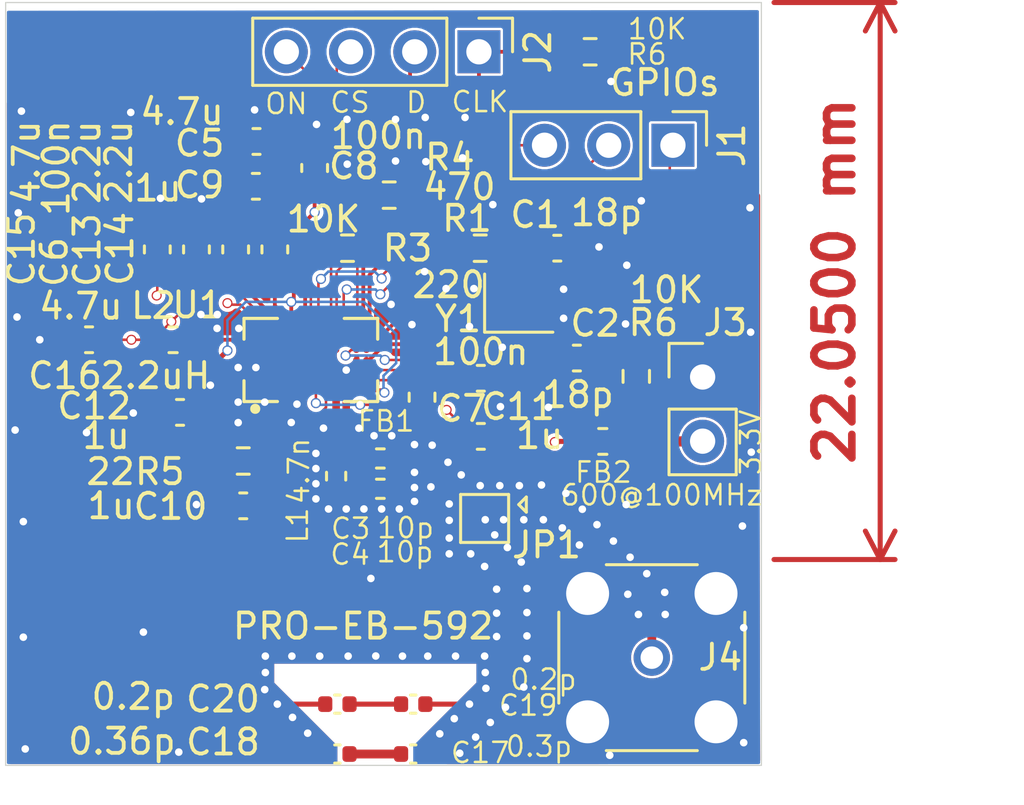
<source format=kicad_pcb>
(kicad_pcb (version 20241229) (generator "pcbnew") (generator_version "9.0")
  (layers (0 "F.Cu" signal) (4 "In1.Cu" signal) (6 "In2.Cu" signal) (2 "B.Cu" signal) (13 "F.Paste" user) (15 "B.Paste" user) (5 "F.SilkS" user "F.Silkscreen") (7 "B.SilkS" user "B.Silkscreen") (1 "F.Mask" user) (3 "B.Mask" user) (25 "Edge.Cuts" user))
  (net 0 "")
  (net 15 "GND")
  (net 16 "Net-(C1-Pad1)")
  (net 17 "Net-(U1-WLRF_XTAL_XOP)")
  (net 18 "Net-(U1-WLRF_XTAL_XON)")
  (net 19 "Net-(U1-WLRF_2G_RF)")
  (net 20 "Net-(C4-Pad1)")
  (net 21 "WLRF_2G_ELG")
  (net 22 "ANTENNA")
  (net 23 "WL_D")
  (net 24 "Net-(U1-SDIO_DATA_1)")
  (net 25 "Net-(U1-SDIO_DATA_0)")
  (net 26 "WL_CLK")
  (net 27 "WL_CS")
  (net 28 "WL_ON")
  (net 29 "WL_GPIO2")
  (net 30 "WL_GPIO1")
  (net 31 "WL_GPIO0")
  (net 32 "VOUT_3P3")
  (net 33 "VOUT_CORE")
  (net 34 "VDDBAT")
  (net 35 "BT_PAVDD")
  (net 36 "XTAL_VDD")
  (net 37 "Net-(U1-BTFM_PLL_VDD)")
  (net 38 "VOUT_LN")
  (net 39 "SR_VLX")
  (net 40 "+3.3V")
  (net 41 "Net-(C17-Pad2)")
  (net 42 "Net-(C19-Pad2)")
  (net 43 "Net-(J4-In)")
  (net 44 "Net-(JP1-C)")
  (net 45 "VIN_LDO")
  (footprint "Capacitor_SMD:C_0603_1608Metric" (layer "F.Cu") (at 134.825 91.925 90)
    (property "Reference" "C13")
    (property "Value" "2.2u")
  )
  (footprint "Resistor_SMD:R_0402_1005Metric" (layer "F.Cu") (at 140.55 100.2)
    (property "Reference" "C3")
    (property "Value" "10p")
  )
  (footprint "Capacitor_SMD:C_0402_1005Metric" (layer "F.Cu") (at 138.85 109.925 180)
    (property "Reference" "C20")
    (property "Value" "0.2p")
  )
  (footprint "Connector_PinHeader_2.54mm:PinHeader_1x02_P2.54mm_Vertical" (layer "F.Cu") (at 153.3 96.975)
    (property "Reference" "J3")
    (property "Value" "Power")
  )
  (footprint "Inductor_SMD:L_0603_1608Metric" (layer "F.Cu") (at 142.2 97.775 90)
    (property "Reference" "FB1")
    (property "Value" "600@100MHz" (hide yes))
  )
  (footprint "Capacitor_SMD:C_0603_1608Metric" (layer "F.Cu") (at 133.275 91.925 90)
    (property "Reference" "C6")
    (property "Value" "100n")
  )
  (footprint "Inductor_SMD:L_0603_1608Metric" (layer "F.Cu") (at 149.35 99.525)
    (property "Reference" "FB2")
    (property "Value" "600@100MHz")
  )
  (footprint "Resistor_SMD:R_0603_1608Metric" (layer "F.Cu") (at 150.675 96.95 -90)
    (property "Reference" "R6")
    (property "Value" "10K")
  )
  (footprint "Capacitor_SMD:C_0603_1608Metric" (layer "F.Cu") (at 129.025 95.5 180)
    (property "Reference" "C16")
    (property "Value" "4.7u")
  )
  (footprint "Resistor_SMD:R_0402_1005Metric" (layer "F.Cu") (at 140.55 101.4)
    (property "Reference" "C4")
    (property "Value" "10p")
  )
  (footprint "Capacitor_SMD:C_0603_1608Metric" (layer "F.Cu") (at 136.375 91.925 90)
    (property "Reference" "C14")
    (property "Value" "2.2u")
  )
  (footprint "Capacitor_SMD:C_0603_1608Metric" (layer "F.Cu") (at 148.325 96.225)
    (property "Reference" "C2")
    (property "Value" "18p")
  )
  (footprint "Connector_PinHeader_2.54mm:PinHeader_1x04_P2.54mm_Vertical" (layer "F.Cu") (at 144.45 84.1 -90)
    (property "Reference" "J2")
    (property "Value" "SPI")
  )
  (footprint "Resistor_SMD:R_0402_1005Metric" (layer "F.Cu") (at 138.8 100.9 -90)
    (property "Reference" "L1")
    (property "Value" "4.7n")
  )
  (footprint "Resistor_SMD:R_0603_1608Metric" (layer "F.Cu") (at 148.85 84.1)
    (property "Reference" "R6")
    (property "Value" "10K")
  )
  (footprint "Capacitor_SMD:C_0603_1608Metric" (layer "F.Cu") (at 135.125 102.075 180)
    (property "Reference" "C10")
    (property "Value" "1u")
  )
  (footprint "Crystal:Crystal_SMD_2016-4Pin_2.0x1.6mm" (layer "F.Cu") (at 146.025 94.05)
    (property "Reference" "Y1")
    (property "Value" "Crystal")
  )
  (footprint "Connector_PinHeader_2.54mm:PinHeader_1x03_P2.54mm_Vertical" (layer "F.Cu") (at 152.125 87.8 -90)
    (property "Reference" "J1")
    (property "Value" "GPIOs")
  )
  (footprint "Capacitor_SMD:C_0603_1608Metric" (layer "F.Cu") (at 144.525 97.025)
    (property "Reference" "C11")
    (property "Value" "100n")
  )
  (footprint "Capacitor_SMD:C_0603_1608Metric" (layer "F.Cu") (at 131.725 91.925 90)
    (property "Reference" "C15")
    (property "Value" "4.7u")
  )
  (footprint "Capacitor_SMD:C_0603_1608Metric" (layer "F.Cu") (at 132.625 98.375 180)
    (property "Reference" "C12")
    (property "Value" "1u")
  )
  (footprint "Connector_Coaxial:SMA_Amphenol_132134-14_Vertical" (layer "F.Cu") (at 151.29 108.085)
    (property "Reference" "J4")
    (property "Value" "RP-SMA Female")
  )
  (footprint "Inductor_SMD:L_0603_1608Metric" (layer "F.Cu") (at 132.35 95.5)
    (property "Reference" "L2")
    (property "Value" "2.2uH")
  )
  (footprint "Capacitor_SMD:C_0603_1608Metric" (layer "F.Cu") (at 135.625 89.425 180)
    (property "Reference" "C9")
    (property "Value" "1u")
  )
  (footprint "Capacitor_SMD:C_0402_1005Metric" (layer "F.Cu") (at 141.85 111.9 180)
    (property "Reference" "C17")
    (property "Value" "0.3p")
  )
  (footprint "Jumper:SolderJumper-3_P1.3mm_Open_Pad1.0x1.5mm" (layer "F.Cu") (at 145.425 102.025)
    (property "Reference" "JP1")
    (property "Value" "SolderJumper_3_Open")
  )
  (footprint "Capacitor_SMD:C_0603_1608Metric" (layer "F.Cu") (at 144.525 99.325)
    (property "Reference" "C7")
    (property "Value" "1u")
  )
  (footprint "Resistor_SMD:R_0603_1608Metric" (layer "F.Cu") (at 139.25 91.875)
    (property "Reference" "R3")
    (property "Value" "10K")
  )
  (footprint "CYW43439KUBGT:BGA63N40P7X12_287X487X55N" (layer "F.Cu") (at 137.8 96.3 90)
    (property "Reference" "U1")
    (property "Value" "CYW43439KUBGT")
  )
  (footprint "Capacitor_SMD:C_0402_1005Metric" (layer "F.Cu") (at 141.85 109.925 180)
    (property "Reference" "C19")
    (property "Value" "0.2p")
  )
  (footprint "Capacitor_SMD:C_0402_1005Metric" (layer "F.Cu") (at 138.85 111.9 180)
    (property "Reference" "C18")
    (property "Value" "0.36p")
  )
  (footprint "Capacitor_SMD:C_0603_1608Metric" (layer "F.Cu") (at 147.55 91.875)
    (property "Reference" "C1")
    (property "Value" "18p")
  )
  (footprint "Resistor_SMD:R_0603_1608Metric" (layer "F.Cu") (at 140.9 89.775)
    (property "Reference" "R4")
    (property "Value" "470")
  )
  (footprint "Capacitor_SMD:C_0603_1608Metric" (layer "F.Cu") (at 137.95 88.7 90)
    (property "Reference" "C8")
    (property "Value" "100n")
  )
  (footprint "Capacitor_SMD:C_0603_1608Metric" (layer "F.Cu") (at 135.65 87.65 180)
    (property "Reference" "C5")
    (property "Value" "4.7u")
  )
  (footprint "Resistor_SMD:R_0603_1608Metric" (layer "F.Cu") (at 135.125 100.3)
    (property "Reference" "R5")
    (property "Value" "22")
  )
  (footprint "Resistor_SMD:R_0603_1608Metric" (layer "F.Cu") (at 144.5 91.875)
    (property "Reference" "R1")
    (property "Value" "220")
  )
  (gr_rect (start 125.725 82.15) (end 155.625 112.35) (stroke (width 0.05)) (fill no) (layer "Edge.Cuts"))
  (gr_text "CLK" (at 143.3 86.55 0) (layer "F.SilkS") (effects (font (size 0.8 0.8) (thickness 0.1)) (justify left bottom)))
  (gr_text "CS" (at 138.5 86.575 0) (layer "F.SilkS") (effects (font (size 0.8 0.8) (thickness 0.1)) (justify left bottom)))
  (gr_text "D" (at 141.5 86.575 0) (layer "F.SilkS") (effects (font (size 0.8 0.8) (thickness 0.1)) (justify left bottom)))
  (gr_text "PRO-EB-592" (at 134.625 107.425 0) (layer "F.SilkS") (effects (font (size 1 1)) (justify left bottom)))
  (gr_text "ON\n" (at 135.925 86.625 0) (layer "F.SilkS") (effects (font (size 0.8 0.8) (thickness 0.1)) (justify left bottom)))
  (gr_text "3.3V" (at 155.675 100.925 90) (layer "F.SilkS") (effects (font (size 0.8 0.8) (thickness 0.1)) (justify left bottom)))
  (dimension (type aligned) (layer "F.Cu") (pts (xy 155.625 104.2) (xy 155.625 82.15)) (height 4.7) (format (prefix "") (suffix "") (units 3) (units_format 1) (precision 4)) (style (thickness 0.2) (arrow_length 1.27) (text_position_mode 0) (arrow_direction outward) (extension_height 0.58642) (extension_offset 0.5) (keep_text_aligned yes)) (gr_text "22.0500 mm" (at 158.525 93.175 90) (layer "F.Cu") (effects (font (size 1.5 1.5) (thickness 0.3)))))
  (segment (start 134.85 91.175) (end 134.825 91.15) (width 0.1) (layer "F.Cu") (net 15))
  (segment (start 138.025 87.85) (end 137.95 87.925) (width 0.1) (layer "F.Cu") (net 15))
  (segment (start 134.875 89.4) (end 134.85 89.425) (width 0.1) (layer "F.Cu") (net 15))
  (segment (start 144.075 109.925) (end 142.33 109.925) (width 0.2) (layer "F.Cu") (net 15))
  (segment (start 138.37 109.925) (end 136.475 109.925) (width 0.2) (layer "F.Cu") (net 15))
  (segment (start 149.675 84.1) (end 149.675 85.275) (width 0.1) (layer "F.Cu") (net 15))
  (segment (start 136.8 96.3) (end 136 95.5) (width 0.1) (layer "F.Cu") (net 15))
  (segment (start 136 95.5) (end 135.6 95.1) (width 0.1) (layer "F.Cu") (net 15))
  (via (at 146.225 109.25) (size 0.4) (drill 0.3) (layers "F.Cu" "B.Cu") (net 15))
  (via (at 144.7 102.625) (size 0.4) (drill 0.3) (layers "F.Cu" "B.Cu") (net 15))
  (via (at 150.3 92.55) (size 0.4) (drill 0.3) (layers "F.Cu" "B.Cu") (net 15))
  (via (at 142.35 88.45) (size 0.4) (drill 0.3) (layers "F.Cu" "B.Cu") (net 15))
  (via (at 149.12 102.82) (size 0.4) (drill 0.3) (layers "F.Cu" "B.Cu") (net 15))
  (via (at 132.575 111.825) (size 0.4) (drill 0.3) (layers "F.Cu" "B.Cu") (net 15))
  (via (at 144.725 109.3) (size 0.4) (drill 0.3) (layers "F.Cu" "B.Cu") (net 15))
  (via (at 154.925 111.45) (size 0.4) (drill 0.3) (layers "F.Cu" "B.Cu") (net 15))
  (via (at 145.575 103.725) (size 0.4) (drill 0.3) (layers "F.Cu" "B.Cu") (net 15))
  (via (at 145.15 107.25) (size 0.4) (drill 0.3) (layers "F.Cu" "B.Cu") (net 15))
  (via (at 145.3 98.15) (size 0.4) (drill 0.3) (layers "F.Cu" "B.Cu") (net 15))
  (via (at 137.25 98.05) (size 0.4) (drill 0.3) (layers "F.Cu" "B.Cu") (net 15))
  (via (at 126.1 99.075) (size 0.4) (drill 0.3) (layers "F.Cu" "B.Cu") (net 15))
  (via (at 146.125 104.3) (size 0.4) (drill 0.3) (layers "F.Cu" "B.Cu") (net 15))
  (via (at 135.575 86.4) (size 0.4) (drill 0.3) (layers "F.Cu" "B.Cu") (net 15))
  (via (at 133.475 89.925) (size 0.4) (drill 0.3) (layers "F.Cu" "B.Cu") (net 15))
  (via (at 126.425 107.275) (size 0.4) (drill 0.3) (layers "F.Cu" "B.Cu") (net 15))
  (via (at 141.9 100.75) (size 0.4) (drill 0.3) (layers "F.Cu" "B.Cu") (net 15))
  (via (at 150.76 106.375) (size 0.4) (drill 0.3) (layers "F.Cu" "B.Cu") (net 15))
  (via (at 139.7 99) (size 0.4) (drill 0.3) (layers "F.Cu" "B.Cu") (net 15))
  (via (at 138.5 102.2) (size 0.4) (drill 0.3) (layers "F.Cu" "B.Cu") (net 15))
  (via (at 139.9 102.2) (size 0.4) (drill 0.3) (layers "F.Cu" "B.Cu") (net 15))
  (via (at 144.075 109.925) (size 0.4) (drill 0.3) (layers "F.Cu" "B.Cu") (net 15))
  (via (at 147.8 93.5) (size 0.4) (drill 0.3) (layers "F.Cu" "B.Cu") (net 15))
  (via (at 134.925 96.6) (size 0.4) (drill 0.3) (layers "F.Cu" "B.Cu") (net 15))
  (via (at 137.05 108.025) (size 0.4) (drill 0.3) (layers "F.Cu" "B.Cu") (net 15))
  (via (at 141 99.3) (size 0.4) (drill 0.3) (layers "F.Cu" "B.Cu") (net 15))
  (via (at 135.975 97.97) (size 0.4) (drill 0.3) (layers "F.Cu" "B.Cu") (net 15))
  (via (at 149.77 103.47) (size 0.4) (drill 0.3) (layers "F.Cu" "B.Cu") (net 15))
  (via (at 145.5 110.05) (size 0.4) (drill 0.3) (layers "F.Cu" "B.Cu") (net 15))
  (via (at 134.1 94.5) (size 0.4) (drill 0.3) (layers "F.Cu" "B.Cu") (net 15))
  (via (at 154.925 106.9) (size 0.4) (drill 0.3) (layers "F.Cu" "B.Cu") (net 15))
  (via (at 134.925 98.78) (size 0.4) (drill 0.3) (layers "F.Cu" "B.Cu") (net 15))
  (via (at 148.54 102.21) (size 0.4) (drill 0.3) (layers "F.Cu" "B.Cu") (net 15))
  (via (at 144.7 108.675) (size 0.4) (drill 0.3) (layers "F.Cu" "B.Cu") (net 15))
  (via (at 142.325 86.7) (size 0.4) (drill 0.3) (layers "F.Cu" "B.Cu") (net 15))
  (via (at 139.24 88.55) (size 0.4) (drill 0.3) (layers "F.Cu" "B.Cu") (net 15))
  (via (at 126.175 94.6) (size 0.4) (drill 0.3) (layers "F.Cu" "B.Cu") (net 15))
  (via (at 143.69 111.87) (size 0.4) (drill 0.3) (layers "F.Cu" "B.Cu") (net 15))
  (via (at 144.32 111.23) (size 0.4) (drill 0.3) (layers "F.Cu" "B.Cu") (net 15))
  (via (at 143.275 103.35) (size 0.4) (drill 0.3) (layers "F.Cu" "B.Cu") (net 15))
  (via (at 143.225 100.35) (size 0.4) (drill 0.3) (layers "F.Cu" "B.Cu") (net 15))
  (via (at 154.875 102.875) (size 0.4) (drill 0.3) (layers "F.Cu" "B.Cu") (net 15))
  (via (at 137.075 110.45) (size 0.4) (drill 0.3) (layers "F.Cu" "B.Cu") (net 15))
  (via (at 150.275 102.025) (size 0.4) (drill 0.3) (layers "F.Cu" "B.Cu") (net 15))
  (via (at 141.9 99.65) (size 0.4) (drill 0.3) (layers "F.Cu" "B.Cu") (net 15))
  (via (at 142.9 111.1) (size 0.4) (drill 0.3) (layers "F.Cu" "B.Cu") (net 15))
  (via (at 151.8 105.5) (size 0.4) (drill 0.3) (layers "F.Cu" "B.Cu") (net 15))
  (via (at 140.368753 108.019975) (size 0.4) (drill 0.3) (layers "F.Cu" "B.Cu") (net 15))
  (via (at 134.09 95.05) (size 0.4) (drill 0.3) (layers "F.Cu" "B.Cu") (net 15))
  (via (at 155.175 90.275) (size 0.4) (drill 0.3) (layers "F.Cu" "B.Cu") (net 15))
  (via (at 147.8 94.65) (size 0.4) (drill 0.3) (layers "F.Cu" "B.Cu") (net 15))
  (via (at 149.675 85.275) (size 0.4) (drill 0.3) (layers "F.Cu" "B.Cu") (net 15))
  (via (at 138 101.8) (size 0.4) (drill 0.3) (layers "F.Cu" "B.Cu") (net 15))
  (via (at 143.275 102) (size 0.4) (drill 0.3) (layers "F.Cu" "B.Cu") (net 15))
  (via (at 144.075 94.975) (size 0.4) (drill 0.3) (layers "F.Cu" "B.Cu") (net 15))
  (via (at 128.925 99.175) (size 0.4) (drill 0.3) (layers "F.Cu" "B.Cu") (net 15))
  (via (at 140.175 104.95) (size 0.4) (drill 0.3) (layers "F.Cu" "B.Cu") (net 15))
  (via (at 127.075 95.5) (size 0.4) (drill 0.3) (layers "F.Cu" "B.Cu") (net 15))
  (via (at 144.675 104.475) (size 0.4) (drill 0.3) (layers "F.Cu" "B.Cu") (net 15))
  (via (at 135.625 96.6) (size 0.4) (drill 0.3) (layers "F.Cu" "B.Cu") (net 15))
  (via (at 126.425 102.7) (size 0.4) (drill 0.3) (layers "F.Cu" "B.Cu") (net 15))
  (via (at 143.475 110.5) (size 0.4) (drill 0.3) (layers "F.Cu" "B.Cu") (net 15))
  (via (at 145 90.15) (size 0.4) (drill 0.3) (layers "F.Cu" "B.Cu") (net 15))
  (via (at 138 101.2) (size 0.4) (drill 0.3) (layers "F.Cu" "B.Cu") (net 15))
  (via (at 143.525 108.025) (size 0.4) (drill 0.3) (layers "F.Cu" "B.Cu") (net 15))
  (via (at 146.35 106.3) (size 0.4) (drill 0.3) (layers "F.Cu" "B.Cu") (net 15))
  (via (at 133.275 102.025) (size 0.4) (drill 0.3) (layers "F.Cu" "B.Cu") (net 15))
  (via (at 133.45 94.5) (size 0.4) (drill 0.3) (layers "F.Cu" "B.Cu") (net 15))
  (via (at 138 100) (size 0.4) (drill 0.3) (layers "F.Cu" "B.Cu") (net 15))
  (via (at 130.775 98.4) (size 0.4) (drill 0.3) (layers "F.Cu" "B.Cu") (net 15))
  (via (at 145.425 102.625) (size 0.4) (drill 0.3) (layers "F.Cu" "B.Cu") (net 15))
  (via (at 130.675 86.5) (size 0.4) (drill 0.3) (layers "F.Cu" "B.Cu") (net 15))
  (via (at 140.3 99.3) (size 0.4) (drill 0.3) (layers "F.Cu" "B.Cu") (net 15))
  (via (at 142.3 92.8) (size 0.4) (drill 0.3) (layers "F.Cu" "B.Cu") (net 15))
  (via (at 145.075 103.225) (size 0.4) (drill 0.3) (layers "F.Cu" "B.Cu") (net 15))
  (via (at 137.025 98.775) (size 0.4) (drill 0.3) (layers "F.Cu" "B.Cu") (net 15))
  (via (at 144.25 93.475) (size 0.4) (drill 0.3) (layers "F.Cu" "B.Cu") (net 15))
  (via (at 136 108.675) (size 0.4) (drill 0.3) (layers "F.Cu" "B.Cu") (net 15))
  (via (at 139.2 102.2) (size 0.4) (drill 0.3) (layers "F.Cu" "B.Cu") (net 15))
  (via (at 143.8 88.3) (size 0.4) (drill 0.3) (layers "F.Cu" "B.Cu") (net 15))
  (via (at 139.23 86.775) (size 0.4) (drill 0.3) (layers "F.Cu" "B.Cu") (net 15))
  (via (at 144.125 103.975) (size 0.4) (drill 0.3) (layers "F.Cu" "B.Cu") (net 15))
  (via (at 146.35 108.125) (size 0.4) (drill 0.3) (layers "F.Cu" "B.Cu") (net 15))
  (via (at 141.425 108.025) (size 0.4) (drill 0.3) (layers "F.Cu" "B.Cu") (net 15))
  (via (at 139.2 96.7) (size 0.4) (drill 0.3) (layers "F.Cu" "B.Cu") (net 15))
  (via (at 146.35 105.35) (size 0.4) (drill 0.3) (layers "F.Cu" "B.Cu") (net 15))
  (via (at 150.875 90) (size 0.4) (drill 0.3) (layers "F.Cu" "B.Cu") (net 15))
  (via (at 151.09 104.76) (size 0.4) (drill 0.3) (layers "F.Cu" "B.Cu") (net 15))
  (via (at 144.675 108.025) (size 0.4) (drill 0.3) (layers "F.Cu" "B.Cu") (net 15))
  (via (at 135.975 109.35) (size 0.4) (drill 0.3) (layers "F.Cu" "B.Cu") (net 15))
  (via (at 147.75 102.95) (size 0.4) (drill 0.3) (layers "F.Cu" "B.Cu") (net 15))
  (via (at 134.95 95.05) (size 0.4) (drill 0.3) (layers "F.Cu" "B.Cu") (net 15))
  (via (at 149.2 91.825) (size 0.4) (drill 0.3) (layers "F.Cu" "B.Cu") (net 15))
  (via (at 147.89 101.58) (size 0.4) (drill 0.3) (layers "F.Cu" "B.Cu") (net 15))
  (via (at 126.35 86.45) (size 0.4) (drill 0.3) (layers "F.Cu" "B.Cu") (net 15))
  (via (at 142.6 99.675) (size 0.4) (drill 0.3) (layers "F.Cu" "B.Cu") (net 15))
  (via (at 138.025 86.975) (size 0.4) (drill 0.3) (layers "F.Cu" "B.Cu") (net 15))
  (via (at 141.15 88.425) (size 0.4) (drill 0.3) (layers "F.Cu" "B.Cu") (net 15))
  (via (at 149.625 111.95) (size 0.4) (drill 0.3) (layers "F.Cu" "B.Cu") (net 15))
  (via (at 144.9 110.65) (size 0.4) (drill 0.3) (layers "F.Cu" "B.Cu") (net 15))
  (via (at 150.34 105.575) (size 0.4) (drill 0.3) (layers "F.Cu" "B.Cu") (net 15))
  (via (at 144.5 101.275) (size 0.4) (drill 0.3) (layers "F.Cu" "B.Cu") (net 15))
  (via (at 146.35 107.225) (size 0.4) (drill 0.3) (layers "F.Cu" "B.Cu") (net 15))
  (via (at 140.975 94.1) (size 0.4) (drill 0.3) (layers "F.Cu" "B.Cu") (net 15))
  (via (at 143.275 102.65) (size 0.4) (drill 0.3) (layers "F.Cu" "B.Cu") (net 15))
  (via (at 138.15 108.025) (size 0.4) (drill 0.3) (layers "F.Cu" "B.Cu") (net 15))
  (via (at 131.85 89.9) (size 0.4) (drill 0.3) (layers "F.Cu" "B.Cu") (net 15))
  (via (at 146.225 102.625) (size 0.4) (drill 0.3) (layers "F.Cu" "B.Cu") (net 15))
  (via (at 145.15 105.375) (size 0.4) (drill 0.3) (layers "F.Cu" "B.Cu") (net 15))
  (via (at 141.8 94.9) (size 0.4) (drill 0.3) (layers "F.Cu" "B.Cu") (net 15))
  (via (at 141.15 86.775) (size 0.4) (drill 0.3) (layers "F.Cu" "B.Cu") (net 15))
  (via (at 155.2 95.2) (size 0.4) (drill 0.3) (layers "F.Cu" "B.Cu") (net 15))
  (via (at 146.05 101.275) (size 0.4) (drill 0.3) (layers "F.Cu" "B.Cu") (net 15))
  (via (at 142.425 108.025) (size 0.4) (drill 0.3) (layers "F.Cu" "B.Cu") (net 15))
  (via (at 138 100.6) (size 0.4) (drill 0.3) (layers "F.Cu" "B.Cu") (net 15))
  (via (at 133.825 97.3) (size 0.4) (drill 0.3) (layers "F.Cu" "B.Cu") (net 15))
  (via (at 136.475 109.925) (size 0.4) (drill 0.3) (layers "F.Cu" "B.Cu") (net 15))
  (via (at 126.225 90.475) (size 0.4) (drill 0.3) (layers "F.Cu" "B.Cu") (net 15))
  (via (at 148.425 103.625) (size 0.4) (drill 0.3) (layers "F.Cu" "B.Cu") (net 15))
  (via (at 126.5 111.7) (size 0.4) (drill 0.3) (layers "F.Cu" "B.Cu") (net 15))
  (via (at 141.3 102.2) (size 0.4) (drill 0.3) (layers "F.Cu" "B.Cu") (net 15))
  (via (at 141.9 101.9) (size 0.4) (drill 0.3) (layers "F.Cu" "B.Cu") (net 15))
  (via (at 150.25 94.875) (size 0.4) (drill 0.3) (layers "F.Cu" "B.Cu") (net 15))
  (via (at 137.675 111.075) (size 0.4) (drill 0.3) (layers "F.Cu" "B.Cu") (net 15))
  (via (at 141.9 101.35) (size 0.4) (drill 0.3) (layers "F.Cu" "B.Cu") (net 15))
  (via (at 136 108.025) (size 0.4) (drill 0.3) (layers "F.Cu" "B.Cu") (net 15))
  (via (at 143.75 100.85) (size 0.4) (drill 0.3) (layers "F.Cu" "B.Cu") (net 15))
  (via (at 145.375 95.8) (size 0.4) (drill 0.3) (layers "F.Cu" "B.Cu") (net 15))
  (via (at 143.15 93.475) (size 0.4) (drill 0.3) (layers "F.Cu" "B.Cu") (net 15))
  (via (at 151.82 106.375) (size 0.4) (drill 0.3) (layers "F.Cu" "B.Cu") (net 15))
  (via (at 143.9 86.7) (size 0.4) (drill 0.3) (layers "F.Cu" "B.Cu") (net 15))
  (via (at 139.275 108.025) (size 0.4) (drill 0.3) (layers "F.Cu" "B.Cu") (net 15))
  (via (at 134.925 97.97) (size 0.4) (drill 0.3) (layers "F.Cu" "B.Cu") (net 15))
  (via (at 140.6 102.2) (size 0.4) (drill 0.3) (layers "F.Cu" "B.Cu") (net 15))
  (via (at 147 102.625) (size 0.4) (drill 0.3) (layers "F.Cu" "B.Cu") (net 15))
  (via (at 147.2 98.175) (size 0.4) (drill 0.3) (layers "F.Cu" "B.Cu") (net 15))
  (via (at 150.43 104.11) (size 0.4) (drill 0.3) (layers "F.Cu" "B.Cu") (net 15))
  (via (at 145.275 101.275) (size 0.4) (drill 0.3) (layers "F.Cu" "B.Cu") (net 15))
  (via (at 143.275 103.975) (size 0.4) (drill 0.3) (layers "F.Cu" "B.Cu") (net 15))
  (via (at 146.925 101.25) (size 0.4) (drill 0.3) (layers "F.Cu" "B.Cu") (net 15))
  (via (at 145.15 106.325) (size 0.4) (drill 0.3) (layers "F.Cu" "B.Cu") (net 15))
  (via (at 138.3 99) (size 0.4) (drill 0.3) (layers "F.Cu" "B.Cu") (net 15))
  (via (at 131.175 107.075) (size 0.4) (drill 0.3) (layers "F.Cu" "B.Cu") (net 15))
  (via (at 155.225 99.95) (size 0.4) (drill 0.3) (layers "F.Cu" "B.Cu") (net 15))
  (via (at 142.55 101.325) (size 0.4) (drill 0.3) (layers "F.Cu" "B.Cu") (net 15))
  (segment (start 146.775 91.875) (end 146.775 93.45) (width 0.2) (layer "F.Cu") (net 16))
  (segment (start 146.825 93.475) (end 146.8 93.5) (width 0.1) (layer "F.Cu") (net 16))
  (segment (start 145.325 91.875) (end 146.775 91.875) (width 0.2) (layer "F.Cu") (net 16))
  (segment (start 146.6 93.25) (end 146.825 93.475) (width 0.15) (layer "F.Cu") (net 16))
  (segment (start 144.25 95.675) (end 145.325 94.6) (width 0.15) (layer "F.Cu") (net 17))
  (segment (start 140.730025 95.675) (end 144.25 95.675) (width 0.15) (layer "F.Cu") (net 17))
  (segment (start 145.325 94.6) (end 146.15 95.425) (width 0.15) (layer "F.Cu") (net 17))
  (segment (start 140.105025 96.3) (end 140.730025 95.675) (width 0.15) (layer "F.Cu") (net 17))
  (segment (start 140 96.3) (end 140.105025 96.3) (width 0.15) (layer "F.Cu") (net 17))
  (segment (start 146.15 95.425) (end 146.75 95.425) (width 0.15) (layer "F.Cu") (net 17))
  (segment (start 146.75 95.425) (end 147.55 96.225) (width 0.15) (layer "F.Cu") (net 17))
  (segment (start 140 95.9) (end 140.0375 95.9) (width 0.15) (layer "F.Cu") (net 18))
  (segment (start 143.675 92.225) (end 143.675 91.875) (width 0.1) (layer "F.Cu") (net 18))
  (segment (start 143.675 92.2625) (end 143.675 92.225) (width 0.15) (layer "F.Cu") (net 18))
  (segment (start 140.0375 95.9) (end 143.675 92.2625) (width 0.15) (layer "F.Cu") (net 18))
  (segment (start 139.2 99.36) (end 140.04 100.2) (width 0.3) (layer "F.Cu") (net 19))
  (segment (start 139.2 97.5) (end 139.2 99.36) (width 0.3) (layer "F.Cu") (net 19))
  (segment (start 140.005 101.435) (end 138.675 101.435) (width 0.35) (layer "F.Cu") (net 20))
  (segment (start 140.04 101.4) (end 140.005 101.435) (width 0.35) (layer "F.Cu") (net 20))
  (segment (start 138.8 97.5) (end 138.8 100.29) (width 0.3) (layer "F.Cu") (net 21))
  (segment (start 142.9 111.9) (end 142.33 111.9) (width 0.35) (layer "F.Cu") (net 22))
  (segment (start 145.7 104.7) (end 145.7 109.1) (width 0.35) (layer "F.Cu") (net 22))
  (segment (start 144.125 103.125) (end 145.7 104.7) (width 0.35) (layer "F.Cu") (net 22))
  (segment (start 145.7 109.1) (end 142.9 111.9) (width 0.35) (layer "F.Cu") (net 22))
  (segment (start 139.6 95.1) (end 139.6 94.725) (width 0.15) (layer "F.Cu") (net 23))
  (segment (start 139.6 95.5) (end 139.6 95.1) (width 0.1) (layer "F.Cu") (net 23))
  (segment (start 140.075 91.425) (end 141.725 89.775) (width 0.15) (layer "F.Cu") (net 23))
  (segment (start 141.725 89.775) (end 141.725 84.285) (width 0.15) (layer "F.Cu") (net 23))
  (segment (start 139.6 94.725) (end 139.875 94.45) (width 0.15) (layer "F.Cu") (net 23))
  (segment (start 140.075 91.875) (end 140.075 91.425) (width 0.15) (layer "F.Cu") (net 23))
  (segment (start 141.725 84.285) (end 141.91 84.1) (width 0.15) (layer "F.Cu") (net 23))
  (segment (start 139.875 92.075) (end 140.075 91.875) (width 0.15) (layer "F.Cu") (net 23))
  (segment (start 139.875 94.45) (end 139.875 92.075) (width 0.15) (layer "F.Cu") (net 23))
  (segment (start 138.4 95.1) (end 138.6 94.9) (width 0.1) (layer "F.Cu") (net 24))
  (segment (start 138.6 94.9) (end 138.6 92.05) (width 0.1) (layer "F.Cu") (net 24))
  (segment (start 138.6 92.05) (end 138.425 91.875) (width 0.1) (layer "F.Cu") (net 24))
  (segment (start 139.525 90.325) (end 140.075 89.775) (width 0.1) (layer "F.Cu") (net 25))
  (segment (start 139.3 95.4) (end 139.3 94.525) (width 0.1) (layer "F.Cu") (net 25))
  (segment (start 139.525 92.300516) (end 139.525 90.325) (width 0.1) (layer "F.Cu") (net 25))
  (segment (start 139.3 94.525) (end 139.64 94.185) (width 0.1) (layer "F.Cu") (net 25))
  (segment (start 139.64 92.415516) (end 139.525 92.300516) (width 0.1) (layer "F.Cu") (net 25))
  (segment (start 139.2 95.5) (end 139.3 95.4) (width 0.1) (layer "F.Cu") (net 25))
  (segment (start 139.64 94.185) (end 139.64 92.415516) (width 0.1) (layer "F.Cu") (net 25))
  (segment (start 140 95.1) (end 140.125 94.975) (width 0.15) (layer "F.Cu") (net 26))
  (segment (start 144.45 88.605025) (end 144.45 84.1) (width 0.15) (layer "F.Cu") (net 26))
  (segment (start 140.125 94.975) (end 140.125 92.930025) (width 0.15) (layer "F.Cu") (net 26))
  (segment (start 144.45 84.1) (end 148.025 84.1) (width 0.15) (layer "F.Cu") (net 26))
  (segment (start 140.125 92.930025) (end 144.45 88.605025) (width 0.15) (layer "F.Cu") (net 26))
  (segment (start 138.825 91) (end 138.825 84.645) (width 0.1) (layer "F.Cu") (net 27))
  (segment (start 138.82 92.805) (end 139.075 92.55) (width 0.1) (layer "F.Cu") (net 27))
  (segment (start 139.075 92.55) (end 139.075 91.25) (width 0.1) (layer "F.Cu") (net 27))
  (segment (start 138.82 95.08) (end 138.82 92.805) (width 0.1) (layer "F.Cu") (net 27))
  (segment (start 138.825 84.645) (end 139.37 84.1) (width 0.1) (layer "F.Cu") (net 27))
  (segment (start 139.075 91.25) (end 138.825 91) (width 0.1) (layer "F.Cu") (net 27))
  (segment (start 138.8 95.1) (end 138.82 95.08) (width 0.1) (layer "F.Cu") (net 27))
  (segment (start 138 95.9) (end 138 95.5) (width 0.1) (layer "F.Cu") (net 28))
  (segment (start 138 95.382843) (end 137.9 95.282843) (width 0.1) (layer "F.Cu") (net 28))
  (segment (start 137.8 94.6) (end 137.8 91.45) (width 0.1) (layer "F.Cu") (net 28))
  (segment (start 137.45 96.2) (end 137.7 96.2) (width 0.1) (layer "F.Cu") (net 28))
  (segment (start 138.575 90.675) (end 138.575 85.845) (width 0.1) (layer "F.Cu") (net 28))
  (segment (start 138.575 85.845) (end 136.83 84.1) (width 0.1) (layer "F.Cu") (net 28))
  (segment (start 137.7 96.2) (end 138 95.9) (width 0.1) (layer "F.Cu") (net 28))
  (segment (start 137.8 91.45) (end 138.575 90.675) (width 0.1) (layer "F.Cu") (net 28))
  (segment (start 137.9 95.282843) (end 137.9 94.7) (width 0.1) (layer "F.Cu") (net 28))
  (segment (start 138 95.5) (end 138 95.382843) (width 0.1) (layer "F.Cu") (net 28))
  (segment (start 137.9 94.7) (end 137.8 94.6) (width 0.1) (layer "F.Cu") (net 28))
  (segment (start 137.2 95.5) (end 137.2 95.95) (width 0.1) (layer "F.Cu") (net 28))
  (segment (start 137.2 95.95) (end 137.45 96.2) (width 0.1) (layer "F.Cu") (net 28))
  (segment (start 146.775 97.1) (end 150.05 97.1) (width 0.1) (layer "F.Cu") (net 29))
  (segment (start 152 94.8) (end 152 87.925) (width 0.1) (layer "F.Cu") (net 29))
  (segment (start 145.975 96.3) (end 146.775 97.1) (width 0.1) (layer "F.Cu") (net 29))
  (segment (start 152 87.925) (end 152.125 87.8) (width 0.1) (layer "F.Cu") (net 29))
  (segment (start 139.6 95.9) (end 139.4 95.9) (width 0.1) (layer "F.Cu") (net 29))
  (segment (start 150.675 96.475) (end 150.675 96.125) (width 0.1) (layer "F.Cu") (net 29))
  (segment (start 152.125 87.8) (end 152.125 87.925) (width 0.1) (layer "F.Cu") (net 29))
  (segment (start 150.05 97.1) (end 150.675 96.475) (width 0.1) (layer "F.Cu") (net 29))
  (segment (start 140.725 96.3) (end 145.975 96.3) (width 0.1) (layer "F.Cu") (net 29))
  (segment (start 139.4 95.9) (end 139.175 96.125) (width 0.1) (layer "F.Cu") (net 29))
  (segment (start 150.675 96.125) (end 152 94.8) (width 0.1) (layer "F.Cu") (net 29))
  (via (at 139.175 96.125) (size 0.4) (drill 0.3) (layers "F.Cu" "B.Cu") (net 29))
  (via (at 140.725 96.3) (size 0.4) (drill 0.3) (layers "F.Cu" "B.Cu") (net 29))
  (segment (start 139.175 96.125) (end 140.55 96.125) (width 0.1) (layer "B.Cu") (net 29))
  (segment (start 140.55 96.125) (end 140.725 96.3) (width 0.1) (layer "B.Cu") (net 29))
  (segment (start 138.2 93.091608) (end 138.1 93.191608) (width 0.1) (layer "F.Cu") (net 30))
  (segment (start 145.775 87.8) (end 147.045 87.8) (width 0.1) (layer "F.Cu") (net 30))
  (segment (start 147.045 87.8) (end 147.045 87.925) (width 0.1) (layer "F.Cu") (net 30))
  (segment (start 138.1 93.191608) (end 138.1 94.375) (width 0.1) (layer "F.Cu") (net 30))
  (segment (start 138.1 95.2) (end 138.1 94.375) (width 0.1) (layer "F.Cu") (net 30))
  (segment (start 138.4 95.5) (end 138.1 95.2) (width 0.1) (layer "F.Cu") (net 30))
  (segment (start 140.6 92.975) (end 145.775 87.8) (width 0.1) (layer "F.Cu") (net 30))
  (segment (start 140.6 93.075) (end 140.6 92.975) (width 0.1) (layer "F.Cu") (net 30))
  (via (at 140.6 93.075) (size 0.4) (drill 0.3) (layers "F.Cu" "B.Cu") (net 30))
  (via (at 138.2 93.091608) (size 0.4) (drill 0.3) (layers "F.Cu" "B.Cu") (net 30))
  (segment (start 140.325 92.8) (end 138.491608 92.8) (width 0.1) (layer "B.Cu") (net 30))
  (segment (start 140.6 93.075) (end 140.325 92.8) (width 0.1) (layer "B.Cu") (net 30))
  (segment (start 138.491608 92.8) (end 138.2 93.091608) (width 0.1) (layer "B.Cu") (net 30))
  (segment (start 147.985 89.4) (end 149.585 87.8) (width 0.1) (layer "F.Cu") (net 31))
  (segment (start 139.1 95.2) (end 138.8 95.5) (width 0.1) (layer "F.Cu") (net 31))
  (segment (start 140.55 93.7) (end 144.85 89.4) (width 0.1) (layer "F.Cu") (net 31))
  (segment (start 139.22 93.51) (end 139.1 93.63) (width 0.1) (layer "F.Cu") (net 31))
  (segment (start 139.1 93.63) (end 139.1 95.2) (width 0.1) (layer "F.Cu") (net 31))
  (segment (start 144.85 89.4) (end 147.985 89.4) (width 0.1) (layer "F.Cu") (net 31))
  (via (at 139.22 93.51) (size 0.4) (drill 0.3) (layers "F.Cu" "B.Cu") (net 31))
  (via (at 140.55 93.7) (size 0.4) (drill 0.3) (layers "F.Cu" "B.Cu") (net 31))
  (segment (start 139.22 93.51) (end 140.36 93.51) (width 0.1) (layer "B.Cu") (net 31))
  (segment (start 140.36 93.51) (end 140.55 93.7) (width 0.1) (layer "B.Cu") (net 31))
  (segment (start 137.025 94.4) (end 137.2 94.575) (width 0.15) (layer "F.Cu") (net 32))
  (segment (start 137.025 94) (end 137.125 93.9) (width 0.15) (layer "F.Cu") (net 32))
  (segment (start 137.125 94) (end 137.15 93.975) (width 0.1) (layer "F.Cu") (net 32))
  (segment (start 137.2 94.575) (end 137.2 95.1) (width 0.15) (layer "F.Cu") (net 32))
  (segment (start 140.62 97.5) (end 140 97.5) (width 0.15) (layer "F.Cu") (net 32))
  (segment (start 132.7 99.075) (end 133.925 100.3) (width 0.2) (layer "F.Cu") (net 32))
  (segment (start 140.71 97.59) (end 140.62 97.5) (width 0.15) (layer "F.Cu") (net 32))
  (segment (start 137.025 94) (end 137.025 94.4) (width 0.15) (layer "F.Cu") (net 32))
  (segment (start 133.925 100.3) (end 134.3 100.3) (width 0.2) (layer "F.Cu") (net 32))
  (segment (start 132.7 97.725) (end 132.7 99.075) (width 0.2) (layer "F.Cu") (net 32))
  (segment (start 136.4 89.425) (end 136.4 87.675) (width 0.2) (layer "F.Cu") (net 32))
  (segment (start 134.5 95.925) (end 132.7 97.725) (width 0.2) (layer "F.Cu") (net 32))
  (segment (start 137.125 90.15) (end 136.4 89.425) (width 0.15) (layer "F.Cu") (net 32))
  (segment (start 137.125 93.9) (end 137.125 90.15) (width 0.15) (layer "F.Cu") (net 32))
  (segment (start 136.4 87.675) (end 136.425 87.65) (width 0.1) (layer "F.Cu") (net 32))
  (segment (start 137.025 94) (end 137.125 94) (width 0.1) (layer "F.Cu") (net 32))
  (via (at 134.5 95.925) (size 0.4) (drill 0.3) (layers "F.Cu" "B.Cu") (net 32))
  (via (at 137.025 94) (size 0.4) (drill 0.3) (layers "F.Cu" "B.Cu") (net 32))
  (via (at 140.71 97.59) (size 0.4) (drill 0.3) (layers "F.Cu" "B.Cu") (net 32))
  (segment (start 140.675 96.925) (end 141.175 96.425) (width 0.1) (layer "B.Cu") (net 32))
  (segment (start 140.675 97.555) (end 140.675 96.925) (width 0.1) (layer "B.Cu") (net 32))
  (segment (start 141.175 95.275) (end 139.9 94) (width 0.1) (layer "B.Cu") (net 32))
  (segment (start 135.225 94) (end 137.025 94) (width 0.1) (layer "B.Cu") (net 32))
  (segment (start 134.5 95.925) (end 134.5 94.725) (width 0.1) (layer "B.Cu") (net 32))
  (segment (start 134.5 94.725) (end 135.225 94) (width 0.1) (layer "B.Cu") (net 32))
  (segment (start 140.71 97.59) (end 140.675 97.555) (width 0.1) (layer "B.Cu") (net 32))
  (segment (start 139.9 94) (end 137.025 94) (width 0.1) (layer "B.Cu") (net 32))
  (segment (start 141.175 96.425) (end 141.175 95.275) (width 0.1) (layer "B.Cu") (net 32))
  (segment (start 134.825 92.7) (end 133.275 92.7) (width 0.3) (layer "F.Cu") (net 33))
  (segment (start 137.2 96.3) (end 136.8 96.7) (width 0.1) (layer "F.Cu") (net 33))
  (segment (start 136.4 95.5) (end 137.2 96.3) (width 0.1) (layer "F.Cu") (net 33))
  (segment (start 136.7 94.975) (end 136.7 95.2) (width 0.1) (layer "F.Cu") (net 33))
  (segment (start 137.875 96.425) (end 137.325 96.425) (width 0.1) (layer "F.Cu") (net 33))
  (segment (start 138 96.3) (end 137.875 96.425) (width 0.1) (layer "F.Cu") (net 33))
  (segment (start 136.7 95.2) (end 136.4 95.5) (width 0.1) (layer "F.Cu") (net 33))
  (segment (start 136.475 94.75) (end 134.825 93.1) (width 0.15) (layer "F.Cu") (net 33))
  (segment (start 134.825 93.1) (end 134.825 92.7) (width 0.15) (layer "F.Cu") (net 33))
  (segment (start 137.325 96.425) (end 137.2 96.3) (width 0.1) (layer "F.Cu") (net 33))
  (segment (start 136.475 94.75) (end 136.7 94.975) (width 0.1) (layer "F.Cu") (net 33))
  (segment (start 135.012132 94.112132) (end 136 95.1) (width 0.1) (layer "F.Cu") (net 34))
  (segment (start 137.6 95.5) (end 137.6 95.1) (width 0.1) (layer "F.Cu") (net 34))
  (segment (start 131.725 93.725) (end 131.725 92.7) (width 0.1) (layer "F.Cu") (net 34))
  (segment (start 137.95 90.45) (end 137.575 90.825) (width 0.15) (layer "F.Cu") (net 34))
  (segment (start 137.95 90.45) (end 137.95 89.475) (width 0.15) (layer "F.Cu") (net 34))
  (segment (start 137.575 95.075) (end 137.6 95.1) (width 0.15) (layer "F.Cu") (net 34))
  (segment (start 131.7 93.75) (end 131.725 93.725) (width 0.1) (layer "F.Cu") (net 34))
  (segment (start 137.575 90.825) (end 137.575 95.075) (width 0.15) (layer "F.Cu") (net 34))
  (segment (start 135.012132 94.112132) (end 134.562132 94.112132) (width 0.1) (layer "F.Cu") (net 34))
  (segment (start 134.562132 94.112132) (end 134.5 94.05) (width 0.1) (layer "F.Cu") (net 34))
  (segment (start 148.5625 99.525) (end 147.475 99.525) (width 0.2) (layer "F.Cu") (net 34))
  (segment (start 147.475 99.525) (end 147.45 99.55) (width 0.2) (layer "F.Cu") (net 34))
  (via (at 147.45 99.55) (size 0.4) (drill 0.3) (layers "F.Cu" "B.Cu") (remove_unused_layers yes) (zone_layer_connections "In2.Cu") (net 34))
  (via (at 137.95 90.45) (size 0.4) (drill 0.3) (layers "F.Cu" "B.Cu") (net 34))
  (via (at 131.7 93.75) (size 0.4) (drill 0.3) (layers "F.Cu" "B.Cu") (remove_unused_layers yes) (zone_layer_connections "In2.Cu") (net 34))
  (via (at 134.5 94.05) (size 0.4) (drill 0.3) (layers "F.Cu" "B.Cu") (remove_unused_layers yes) (zone_layer_connections "In2.Cu") (net 34))
  (segment (start 138.4 97.5) (end 138.4 98.175) (width 0.1) (layer "F.Cu") (net 35))
  (segment (start 135.95 100.3) (end 135.95 102.025) (width 0.1) (layer "F.Cu") (net 35))
  (segment (start 136.275 100.3) (end 135.95 100.3) (width 0.1) (layer "F.Cu") (net 35))
  (segment (start 138.4 98.175) (end 136.275 100.3) (width 0.1) (layer "F.Cu") (net 35))
  (segment (start 135.95 102.025) (end 135.9 102.075) (width 0.1) (layer "F.Cu") (net 35))
  (segment (start 140 96.7) (end 143.425 96.7) (width 0.1) (layer "F.Cu") (net 36))
  (segment (start 143.425 96.7) (end 143.75 97.025) (width 0.1) (layer "F.Cu") (net 36))
  (segment (start 138 97.5) (end 137.6 97.5) (width 0.1) (layer "F.Cu") (net 37))
  (segment (start 139.75 98.075) (end 141.7125 98.075) (width 0.1) (layer "F.Cu") (net 37))
  (segment (start 136.85 97.45) (end 136.85 97.7) (width 0.1) (layer "F.Cu") (net 37))
  (segment (start 141.7125 98.075) (end 142.2 98.5625) (width 0.1) (layer "F.Cu") (net 37))
  (segment (start 136.175 98.375) (end 133.4 98.375) (width 0.1) (layer "F.Cu") (net 37))
  (segment (start 138 98.01) (end 138 97.5) (width 0.1) (layer "F.Cu") (net 37))
  (segment (start 137.6 97.1) (end 137.6 97.5) (width 0.1) (layer "F.Cu") (net 37))
  (segment (start 136.85 97.7) (end 136.175 98.375) (width 0.1) (layer "F.Cu") (net 37))
  (segment (start 137.2 97.1) (end 137.6 97.1) (width 0.1) (layer "F.Cu") (net 37))
  (segment (start 137.2 97.1) (end 136.85 97.45) (width 0.1) (layer "F.Cu") (net 37))
  (via (at 139.75 98.075) (size 0.4) (drill 0.3) (layers "F.Cu" "B.Cu") (net 37))
  (via (at 138 98.01) (size 0.4) (drill 0.3) (layers "F.Cu" "B.Cu") (net 37))
  (segment (start 139.75 98.075) (end 138.065 98.075) (width 0.1) (layer "B.Cu") (net 37))
  (segment (start 138.065 98.075) (end 138 98.01) (width 0.1) (layer "B.Cu") (net 37))
  (segment (start 136.725 94.5) (end 136.9 94.675) (width 0.1) (layer "F.Cu") (net 38))
  (segment (start 136.9 94.675) (end 136.9 95.4) (width 0.1) (layer "F.Cu") (net 38))
  (segment (start 136.375 94.15) (end 136.375 92.7) (width 0.15) (layer "F.Cu") (net 38))
  (segment (start 136.725 94.5) (end 136.375 94.15) (width 0.15) (layer "F.Cu") (net 38))
  (segment (start 136.9 95.4) (end 136.8 95.5) (width 0.1) (layer "F.Cu") (net 38))
  (segment (start 136.675 93.025) (end 136.375 92.725) (width 0.1) (layer "F.Cu") (net 38))
  (segment (start 135.6 95.5) (end 133.1375 95.5) (width 0.15) (layer "F.Cu") (net 39))
  (segment (start 150.675 98.9875) (end 150.1375 99.525) (width 0.1) (layer "F.Cu") (net 40))
  (segment (start 150.675 97.775) (end 150.675 98.9875) (width 0.1) (layer "F.Cu") (net 40))
  (segment (start 150.1375 99.525) (end 152.965 99.525) (width 0.4) (layer "F.Cu") (net 40))
  (segment (start 141.37 111.9) (end 139.33 111.9) (width 0.35) (layer "F.Cu") (net 41))
  (segment (start 141.37 109.925) (end 139.33 109.925) (width 0.2) (layer "F.Cu") (net 42))
  (segment (start 147.575 102.025) (end 151.29 105.74) (width 0.35) (layer "F.Cu") (net 43))
  (segment (start 145.225 102.025) (end 147.575 102.025) (width 0.35) (layer "F.Cu") (net 43))
  (segment (start 151.29 105.74) (end 151.29 108.085) (width 0.35) (layer "F.Cu") (net 43))
  (segment (start 142.3 100.2) (end 144.125 102.025) (width 0.35) (layer "F.Cu") (net 44))
  (segment (start 141.06 100.2) (end 142.3 100.2) (width 0.35) (layer "F.Cu") (net 44))
  (segment (start 141.06 101.4) (end 141.06 100.2) (width 0.35) (layer "F.Cu") (net 44))
  (segment (start 143.572516 98.676782) (end 143.572516 99.147516) (width 0.1) (layer "F.Cu") (net 45))
  (segment (start 141.05 97.1) (end 141.7 97.75) (width 0.1) (layer "F.Cu") (net 45))
  (segment (start 136.4 95.1) (end 134.975 93.675) (width 0.1) (layer "F.Cu") (net 45))
  (segment (start 143.172867 98.277133) (end 143.572516 98.676782) (width 0.1) (layer "F.Cu") (net 45))
  (segment (start 130.7 95.5) (end 129.8 95.5) (width 0.1) (layer "F.Cu") (net 45))
  (segment (start 141.7 97.75) (end 142.645734 97.75) (width 0.1) (layer "F.Cu") (net 45))
  (segment (start 140 97.1) (end 141.05 97.1) (width 0.1) (layer "F.Cu") (net 45))
  (segment (start 131.5625 95.5) (end 130.7 95.5) (width 0.1) (layer "F.Cu") (net 45))
  (segment (start 134.975 93.675) (end 134.949 93.649) (width 0.1) (layer "F.Cu") (net 45))
  (segment (start 133.4135 93.649) (end 132.28125 94.78125) (width 0.1) (layer "F.Cu") (net 45))
  (segment (start 134.949 93.649) (end 133.4135 93.649) (width 0.1) (layer "F.Cu") (net 45))
  (segment (start 132.28125 94.78125) (end 131.5625 95.5) (width 0.1) (layer "F.Cu") (net 45))
  (segment (start 142.645734 97.75) (end 143.172867 98.277133) (width 0.1) (layer "F.Cu") (net 45))
  (via (at 143.172867 98.277133) (size 0.4) (drill 0.3) (layers "F.Cu" "B.Cu") (remove_unused_layers yes) (zone_layer_connections "In2.Cu") (net 45))
  (via (at 130.7 95.5) (size 0.4) (drill 0.3) (layers "F.Cu" "B.Cu") (remove_unused_layers yes) (zone_layer_connections "In2.Cu") (net 45))
  (via (at 132.28125 94.78125) (size 0.4) (drill 0.3) (layers "F.Cu" "B.Cu") (remove_unused_layers yes) (zone_layer_connections "In2.Cu") (net 45))
  (zone (net 15) (net_name "GND") (layer "F.Cu") (priority 3) (connect_pads yes (clearance 0.1)) (min_thickness 0.25) (fill yes (thermal_gap 0.5) (thermal_bridge_width 0.5))
    (polygon (pts (xy 155.575 112.275) (xy 141.85 112.325) (xy 141.85 111.575) (xy 144.35 109.075) (xy 144.35 108.325) (xy 136.35 108.325) (xy 136.35 109.075) (xy 138.85 111.575) (xy 138.85 112.325) (xy 125.8 112.3) (xy 125.8 101.625) (xy 155.55 101.675)))
  )
  (zone (net 15) (net_name "GND") (layer "F.Cu") (connect_pads yes (clearance 0.1)) (min_thickness 0.1) (fill yes (thermal_gap 0.5) (thermal_bridge_width 0.5))
    (polygon (pts (xy 139.725 96.175) (xy 139.725 97.225) (xy 137.9 97.225) (xy 137.775 96.875) (xy 137.075 96.825) (xy 137.075 96.575) (xy 138.2 96.525) (xy 138.35 95.9) (xy 138.9 95.775) (xy 139.125 96.1)))
  )
  (zone (net 15) (net_name "GND") (layer "F.Cu") (priority 2) (connect_pads yes (clearance 0.1)) (min_thickness 0.25) (fill yes (thermal_gap 0.5) (thermal_bridge_width 0.5))
    (polygon (pts (xy 144.7 89.675) (xy 155.625 89.675) (xy 155.55 101.675) (xy 141.5 101.65) (xy 141.5 99.525) (xy 139.4 99.525) (xy 139.4 98.2) (xy 140.25 98.2) (xy 140.25 94.325)))
  )
  (zone (net 15) (net_name "GND") (layer "F.Cu") (priority 4) (connect_pads yes (clearance 0.1)) (min_thickness 0.25) (fill yes (thermal_gap 0.5) (thermal_bridge_width 0.5))
    (polygon (pts (xy 144.25 86) (xy 125.775 86) (xy 125.8 101.625) (xy 138.3 101.65) (xy 138.3 99.775) (xy 138.6 99.55) (xy 138.6 97.75) (xy 136.2 97.75) (xy 136.125 97.35) (xy 135.875 97.35) (xy 135.799782 97.728786) (xy 135.35 97.75) (xy 135.35 96.875) (xy 135.825 96.85) (xy 135.95 96.625) (xy 135.3 95.925) (xy 135.3 95.3) (xy 135.725 95.25) (xy 135.8 95.025) (xy 137.35 91.85) (xy 140.725 91.85) (xy 144.275 88.325)))
  )
  (zone (net 15) (net_name "GND") (layer "B.Cu") (priority 1) (connect_pads yes (clearance 0.1)) (min_thickness 0.1) (fill yes (thermal_gap 0.5) (thermal_bridge_width 0.5))
    (polygon (pts (xy 125.775 82.475) (xy 155.525 82.45) (xy 155.575 112.35) (xy 141.85 112.35) (xy 141.85 111.575) (xy 144.35 109.075) (xy 144.35 108.325) (xy 136.35 108.325) (xy 136.35 109.075) (xy 138.85 111.575) (xy 138.85 112.35) (xy 125.775 112.325)))
  )
)
</source>
